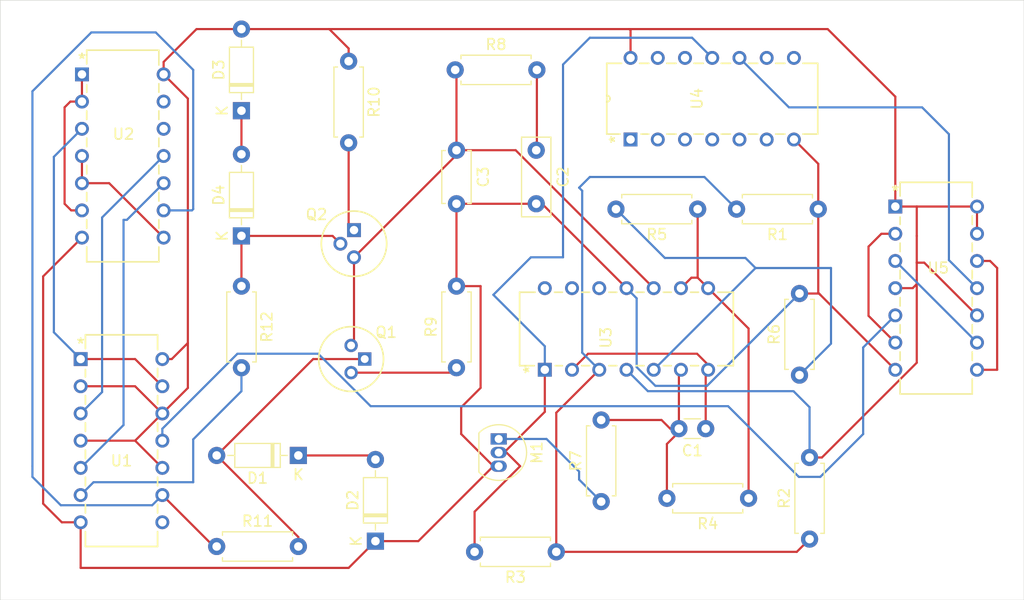
<source format=kicad_pcb>
(kicad_pcb (version 20241229) (generator "pcbnew") (generator_version "9.0")
  (layers (0 "F.Cu" signal) (2 "B.Cu" signal) (13 "F.Paste" user) (15 "B.Paste" user) (5 "F.SilkS" user "F.Silkscreen") (7 "B.SilkS" user "B.Silkscreen") (1 "F.Mask" user) (3 "B.Mask" user) (25 "Edge.Cuts" user))
  (net 0 "")
  (net 1 "Net-(U3-2IN-)")
  (net 2 "Net-(U3-1IN-)")
  (net 3 "GND")
  (net 4 "Net-(C2-Pad1)")
  (net 5 "Ucp")
  (net 6 "B1")
  (net 7 "Net-(D1-K)")
  (net 8 "Net-(D3-K)")
  (net 9 "VCC")
  (net 10 "B2")
  (net 11 "Net-(Q1-Pad3)")
  (net 12 "Net-(Q2-E)")
  (net 13 "Net-(U3-1IN+)")
  (net 14 "Usq")
  (net 15 "Uctrl")
  (net 16 "Net-(U3-2IN+)")
  (net 17 "Net-(Μ1-D)")
  (net 18 "Net-(U2-3A)")
  (net 19 "Net-(U1-1Q*)")
  (net 20 "Net-(U1-1R*D)")
  (net 21 "Ufb{slash}Φfb")
  (net 22 "Net-(U1-1Q)")
  (net 23 "Uref{slash}Φref")
  (net 25 "Net-(U2-1A)")
  (net 26 "Net-(U2-2A)")
  (net 27 "Uen")
  (net 28 "Uin")
  (net 38 "Uout{slash}Φout")
  (net 43 "Net-(U5-1D)")
  (net 44 "Net-(U5-1CP)")
  (net 45 "Net-(U5-2D)")
  (footprint "PLL_Footprints:N14 (1)" (layer "F.Cu") (at 113.04 60.38 90)
    (property "Reference" "U4" (at -3.81 -9.04 90) (layer "F.SilkS"))
    (property "Value" "SN74HC14N")
    (fp_text user "*" (at -7.62 -16.6497 90) (layer "F.SilkS"))
    (fp_text user "*" (at -7.62 -16.6497 90) (layer "F.SilkS"))
    (pad "1" thru_hole rect (at -7.62 -15.24 90) (size 1.2954 1.2954) (drill 0.7874) (layers "*.Cu" "*.Mask"))
    (pad "2" thru_hole circle (at -7.62 -12.7 90) (size 1.2954 1.2954) (drill 0.7874) (layers "*.Cu" "*.Mask"))
    (pad "3" thru_hole circle (at -7.62 -10.16 90) (size 1.2954 1.2954) (drill 0.7874) (layers "*.Cu" "*.Mask"))
    (pad "4" thru_hole circle (at -7.62 -7.62 90) (size 1.2954 1.2954) (drill 0.7874) (layers "*.Cu" "*.Mask"))
    (pad "5" thru_hole circle (at -7.62 -5.08 90) (size 1.2954 1.2954) (drill 0.7874) (layers "*.Cu" "*.Mask"))
    (pad "6" thru_hole circle (at -7.62 -2.54 90) (size 1.2954 1.2954) (drill 0.7874) (layers "*.Cu" "*.Mask"))
    (pad "7" thru_hole circle (at -7.62 0 90) (size 1.2954 1.2954) (drill 0.7874) (layers "*.Cu" "*.Mask") (net 3 "GND"))
    (pad "8" thru_hole circle (at 0 0 90) (size 1.2954 1.2954) (drill 0.7874) (layers "*.Cu" "*.Mask"))
    (pad "9" thru_hole circle (at 0 -2.54 90) (size 1.2954 1.2954) (drill 0.7874) (layers "*.Cu" "*.Mask"))
    (pad "10" thru_hole circle (at 0 -5.08 90) (size 1.2954 1.2954) (drill 0.7874) (layers "*.Cu" "*.Mask") (net 38 "Uout{slash}Φout"))
    (pad "11" thru_hole circle (at 0 -7.62 90) (size 1.2954 1.2954) (drill 0.7874) (layers "*.Cu" "*.Mask") (net 14 "Usq"))
    (pad "12" thru_hole circle (at 0 -10.16 90) (size 1.2954 1.2954) (drill 0.7874) (layers "*.Cu" "*.Mask"))
    (pad "13" thru_hole circle (at 0 -12.7 90) (size 1.2954 1.2954) (drill 0.7874) (layers "*.Cu" "*.Mask"))
    (pad "14" thru_hole circle (at 0 -15.24 90) (size 1.2954 1.2954) (drill 0.7874) (layers "*.Cu" "*.Mask") (net 9 "VCC"))
  )
  (footprint "Resistor_THT:R_Axial_DIN0207_L6.3mm_D2.5mm_P7.62mm_Horizontal" (layer "F.Cu") (at 114.5 105.31 90)
    (property "Reference" "R2" (at 3.81 -2.37 90) (layer "F.SilkS"))
    (property "Value" "100k")
    (pad "1" thru_hole circle (at 0 0 90) (size 1.6 1.6) (drill 0.8) (layers "*.Cu" "*.Mask") (net 13 "Net-(U3-1IN+)"))
    (pad "2" thru_hole oval (at 7.62 0 90) (size 1.6 1.6) (drill 0.8) (layers "*.Cu" "*.Mask") (net 9 "VCC"))
  )
  (footprint "PLL_Footprints:TO-18TO-206AA_MCH" (layer "F.Cu") (at 72 76.46)
    (property "Reference" "Q2" (at -3.5 -1.46 0) (layer "F.SilkS"))
    (property "Value" "2N2907")
    (pad "1" thru_hole rect (at 0 0) (size 1.2954 1.2954) (drill 0.7874) (layers "*.Cu" "*.Mask") (net 12 "Net-(Q2-E)"))
    (pad "2" thru_hole circle (at -1.27 1.27) (size 1.2954 1.2954) (drill 0.7874) (layers "*.Cu" "*.Mask") (net 10 "B2"))
    (pad "3" thru_hole circle (at 0 2.54) (size 1.2954 1.2954) (drill 0.7874) (layers "*.Cu" "*.Mask") (net 5 "Ucp"))
  )
  (footprint "Resistor_THT:R_Axial_DIN0207_L6.3mm_D2.5mm_P7.62mm_Horizontal" (layer "F.Cu") (at 71.5 60.69 -90)
    (property "Reference" "R10" (at 3.81 -2.37 90) (layer "F.SilkS"))
    (property "Value" "33k")
    (pad "1" thru_hole circle (at 0 0 270) (size 1.6 1.6) (drill 0.8) (layers "*.Cu" "*.Mask") (net 9 "VCC"))
    (pad "2" thru_hole oval (at 7.62 0 270) (size 1.6 1.6) (drill 0.8) (layers "*.Cu" "*.Mask") (net 12 "Net-(Q2-E)"))
  )
  (footprint "PLL_Footprints:SOT27-1_NEX" (layer "F.Cu") (at 122.5 74.26)
    (property "Reference" "U5" (at 4 5.74 0) (layer "F.SilkS"))
    (property "Value" "74HCT74N")
    (fp_text user "*" (at 0 -1.4097 0) (layer "F.SilkS"))
    (fp_text user "*" (at 0 -1.4097 0) (layer "F.SilkS"))
    (pad "1" thru_hole rect (at 0 0) (size 1.2954 1.2954) (drill 0.7874) (layers "*.Cu" "*.Mask") (net 9 "VCC"))
    (pad "2" thru_hole circle (at 0 2.54) (size 1.2954 1.2954) (drill 0.7874) (layers "*.Cu" "*.Mask") (net 43 "Net-(U5-1D)"))
    (pad "3" thru_hole circle (at 0 5.08) (size 1.2954 1.2954) (drill 0.7874) (layers "*.Cu" "*.Mask") (net 44 "Net-(U5-1CP)"))
    (pad "4" thru_hole circle (at 0 7.62) (size 1.2954 1.2954) (drill 0.7874) (layers "*.Cu" "*.Mask") (net 9 "VCC"))
    (pad "5" thru_hole circle (at 0 10.16) (size 1.2954 1.2954) (drill 0.7874) (layers "*.Cu" "*.Mask") (net 21 "Ufb{slash}Φfb"))
    (pad "6" thru_hole circle (at 0 12.7) (size 1.2954 1.2954) (drill 0.7874) (layers "*.Cu" "*.Mask") (net 43 "Net-(U5-1D)"))
    (pad "7" thru_hole circle (at 0 15.24) (size 1.2954 1.2954) (drill 0.7874) (layers "*.Cu" "*.Mask") (net 3 "GND"))
    (pad "8" thru_hole circle (at 7.62 15.24) (size 1.2954 1.2954) (drill 0.7874) (layers "*.Cu" "*.Mask") (net 45 "Net-(U5-2D)"))
    (pad "9" thru_hole circle (at 7.62 12.7) (size 1.2954 1.2954) (drill 0.7874) (layers "*.Cu" "*.Mask") (net 44 "Net-(U5-1CP)"))
    (pad "10" thru_hole circle (at 7.62 10.16) (size 1.2954 1.2954) (drill 0.7874) (layers "*.Cu" "*.Mask") (net 9 "VCC"))
    (pad "11" thru_hole circle (at 7.62 7.62) (size 1.2954 1.2954) (drill 0.7874) (layers "*.Cu" "*.Mask") (net 38 "Uout{slash}Φout"))
    (pad "12" thru_hole circle (at 7.62 5.08) (size 1.2954 1.2954) (drill 0.7874) (layers "*.Cu" "*.Mask") (net 45 "Net-(U5-2D)"))
    (pad "13" thru_hole circle (at 7.62 2.54) (size 1.2954 1.2954) (drill 0.7874) (layers "*.Cu" "*.Mask") (net 9 "VCC"))
    (pad "14" thru_hole circle (at 7.62 0) (size 1.2954 1.2954) (drill 0.7874) (layers "*.Cu" "*.Mask") (net 9 "VCC"))
  )
  (footprint "Resistor_THT:R_Axial_DIN0207_L6.3mm_D2.5mm_P7.62mm_Horizontal" (layer "F.Cu") (at 59.19 106)
    (property "Reference" "R11" (at 3.81 -2.37 0) (layer "F.SilkS"))
    (property "Value" "47k")
    (pad "1" thru_hole circle (at 0 0) (size 1.6 1.6) (drill 0.8) (layers "*.Cu" "*.Mask") (net 18 "Net-(U2-3A)"))
    (pad "2" thru_hole oval (at 7.62 0) (size 1.6 1.6) (drill 0.8) (layers "*.Cu" "*.Mask") (net 6 "B1"))
  )
  (footprint "Capacitor_THT:C_Rect_L7.2mm_W2.5mm_P5.00mm_FKS2_FKP2_MKS2_MKP2" (layer "F.Cu") (at 89 69 -90)
    (property "Reference" "C2" (at 2.5 -2.5 90) (layer "F.SilkS"))
    (property "Value" "470n")
    (pad "1" thru_hole circle (at 0 0 270) (size 1.6 1.6) (drill 0.8) (layers "*.Cu" "*.Mask") (net 4 "Net-(C2-Pad1)"))
    (pad "2" thru_hole circle (at 5 0 270) (size 1.6 1.6) (drill 0.8) (layers "*.Cu" "*.Mask") (net 3 "GND"))
  )
  (footprint "PLL_Footprints:TO-18_STM" (layer "F.Cu") (at 73 88.5 180)
    (property "Reference" "Q1" (at -2 2.5 0) (layer "F.SilkS"))
    (property "Value" "2N2222A")
    (pad "1" thru_hole rect (at 0 0 180) (size 1.2446 1.2446) (drill 0.7366) (layers "*.Cu" "*.Mask") (net 6 "B1"))
    (pad "2" thru_hole circle (at 1.27 1.27 180) (size 1.2446 1.2446) (drill 0.7366) (layers "*.Cu" "*.Mask") (net 5 "Ucp"))
    (pad "3" thru_hole circle (at 1.27 -1.27 180) (size 1.2446 1.2446) (drill 0.7366) (layers "*.Cu" "*.Mask") (net 11 "Net-(Q1-Pad3)"))
  )
  (footprint "Diode_THT:D_DO-35_SOD27_P7.62mm_Horizontal" (layer "F.Cu") (at 61.5 77 90)
    (property "Reference" "D4" (at 3.81 -2.12 90) (layer "F.SilkS"))
    (property "Value" "1N4148")
    (fp_text user "K" (at 0 -1.8 90) (layer "F.SilkS"))
    (pad "1" thru_hole rect (at 0 0 90) (size 1.6 1.6) (drill 0.8) (layers "*.Cu" "*.Mask") (net 10 "B2"))
    (pad "2" thru_hole oval (at 7.62 0 90) (size 1.6 1.6) (drill 0.8) (layers "*.Cu" "*.Mask") (net 8 "Net-(D3-K)"))
  )
  (footprint "Resistor_THT:R_Axial_DIN0207_L6.3mm_D2.5mm_P7.62mm_Horizontal" (layer "F.Cu") (at 113.56 90 90)
    (property "Reference" "R6" (at 3.81 -2.37 90) (layer "F.SilkS"))
    (property "Value" "27k")
    (pad "1" thru_hole circle (at 0 0 90) (size 1.6 1.6) (drill 0.8) (layers "*.Cu" "*.Mask") (net 16 "Net-(U3-2IN+)"))
    (pad "2" thru_hole oval (at 7.62 0 90) (size 1.6 1.6) (drill 0.8) (layers "*.Cu" "*.Mask") (net 3 "GND"))
  )
  (footprint "Resistor_THT:R_Axial_DIN0207_L6.3mm_D2.5mm_P7.62mm_Horizontal" (layer "F.Cu") (at 81.56 89.31 90)
    (property "Reference" "R9" (at 3.81 -2.37 90) (layer "F.SilkS"))
    (property "Value" "33k" (hide yes))
    (pad "1" thru_hole circle (at 0 0 90) (size 1.6 1.6) (drill 0.8) (layers "*.Cu" "*.Mask") (net 11 "Net-(Q1-Pad3)"))
    (pad "2" thru_hole oval (at 7.62 0 90) (size 1.6 1.6) (drill 0.8) (layers "*.Cu" "*.Mask") (net 3 "GND"))
  )
  (footprint "Resistor_THT:R_Axial_DIN0207_L6.3mm_D2.5mm_P7.62mm_Horizontal" (layer "F.Cu") (at 108.81 101.5 180)
    (property "Reference" "R4" (at 3.81 -2.37 0) (layer "F.SilkS"))
    (property "Value" "56k")
    (pad "1" thru_hole circle (at 0 0 180) (size 1.6 1.6) (drill 0.8) (layers "*.Cu" "*.Mask") (net 15 "Uctrl"))
    (pad "2" thru_hole oval (at 7.62 0 180) (size 1.6 1.6) (drill 0.8) (layers "*.Cu" "*.Mask") (net 1 "Net-(U3-2IN-)"))
  )
  (footprint "Resistor_THT:R_Axial_DIN0207_L6.3mm_D2.5mm_P7.62mm_Horizontal" (layer "F.Cu") (at 61.5 81.69 -90)
    (property "Reference" "R12" (at 3.81 -2.37 90) (layer "F.SilkS"))
    (property "Value" "47k")
    (pad "1" thru_hole circle (at 0 0 270) (size 1.6 1.6) (drill 0.8) (layers "*.Cu" "*.Mask") (net 10 "B2"))
    (pad "2" thru_hole oval (at 7.62 0 270) (size 1.6 1.6) (drill 0.8) (layers "*.Cu" "*.Mask") (net 19 "Net-(U1-1Q*)"))
  )
  (footprint "Capacitor_THT:C_Disc_D3.0mm_W1.6mm_P2.50mm" (layer "F.Cu") (at 104.81 95 180)
    (property "Reference" "C1" (at 1.25 -2.05 0) (layer "F.SilkS"))
    (property "Value" "1n")
    (pad "1" thru_hole circle (at 0 0 180) (size 1.6 1.6) (drill 0.8) (layers "*.Cu" "*.Mask") (net 2 "Net-(U3-1IN-)"))
    (pad "2" thru_hole circle (at 2.5 0 180) (size 1.6 1.6) (drill 0.8) (layers "*.Cu" "*.Mask") (net 1 "Net-(U3-2IN-)"))
  )
  (footprint "PLL_Footprints:SOT27-1_NEX" (layer "F.Cu") (at 46.5 88.5)
    (property "Reference" "U1" (at 3.81 9.5 0) (layer "F.SilkS"))
    (property "Value" "74HCT74N")
    (fp_text user "*" (at 0 -1.4097 0) (layer "F.SilkS"))
    (fp_text user "*" (at 0 -1.4097 0) (layer "F.SilkS"))
    (pad "1" thru_hole rect (at 0 0) (size 1.2954 1.2954) (drill 0.7874) (layers "*.Cu" "*.Mask") (net 20 "Net-(U1-1R*D)"))
    (pad "2" thru_hole circle (at 0 2.54) (size 1.2954 1.2954) (drill 0.7874) (layers "*.Cu" "*.Mask") (net 9 "VCC"))
    (pad "3" thru_hole circle (at 0 5.08) (size 1.2954 1.2954) (drill 0.7874) (layers "*.Cu" "*.Mask") (net 23 "Uref{slash}Φref"))
    (pad "4" thru_hole circle (at 0 7.62) (size 1.2954 1.2954) (drill 0.7874) (layers "*.Cu" "*.Mask") (net 9 "VCC"))
    (pad "5" thru_hole circle (at 0 10.16) (size 1.2954 1.2954) (drill 0.7874) (layers "*.Cu" "*.Mask") (net 22 "Net-(U1-1Q)"))
    (pad "6" thru_hole circle (at 0 12.7) (size 1.2954 1.2954) (drill 0.7874) (layers "*.Cu" "*.Mask") (net 19 "Net-(U1-1Q*)"))
    (pad "7" thru_hole circle (at 0 15.24) (size 1.2954 1.2954) (drill 0.7874) (layers "*.Cu" "*.Mask") (net 3 "GND"))
    (pad "8" thru_hole circle (at 7.62 15.24) (size 1.2954 1.2954) (drill 0.7874) (layers "*.Cu" "*.Mask"))
    (pad "9" thru_hole circle (at 7.62 12.7) (size 1.2954 1.2954) (drill 0.7874) (layers "*.Cu" "*.Mask") (net 18 "Net-(U2-3A)"))
    (pad "10" thru_hole circle (at 7.62 10.16) (size 1.2954 1.2954) (drill 0.7874) (layers "*.Cu" "*.Mask") (net 9 "VCC"))
    (pad "11" thru_hole circle (at 7.62 7.62) (size 1.2954 1.2954) (drill 0.7874) (layers "*.Cu" "*.Mask") (net 21 "Ufb{slash}Φfb"))
    (pad "12" thru_hole circle (at 7.62 5.08) (size 1.2954 1.2954) (drill 0.7874) (layers "*.Cu" "*.Mask") (net 9 "VCC"))
    (pad "13" thru_hole circle (at 7.62 2.54) (size 1.2954 1.2954) (drill 0.7874) (layers "*.Cu" "*.Mask") (net 20 "Net-(U1-1R*D)"))
    (pad "14" thru_hole circle (at 7.62 0) (size 1.2954 1.2954) (drill 0.7874) (layers "*.Cu" "*.Mask") (net 9 "VCC"))
  )
  (footprint "Resistor_THT:R_Axial_DIN0207_L6.3mm_D2.5mm_P7.62mm_Horizontal" (layer "F.Cu") (at 81.44 61.5)
    (property "Reference" "R8" (at 3.81 -2.37 0) (layer "F.SilkS"))
    (property "Value" "33k")
    (pad "1" thru_hole circle (at 0 0) (size 1.6 1.6) (drill 0.8) (layers "*.Cu" "*.Mask") (net 5 "Ucp"))
    (pad "2" thru_hole oval (at 7.62 0) (size 1.6 1.6) (drill 0.8) (layers "*.Cu" "*.Mask") (net 4 "Net-(C2-Pad1)"))
  )
  (footprint "Resistor_THT:R_Axial_DIN0207_L6.3mm_D2.5mm_P7.62mm_Horizontal" (layer "F.Cu") (at 90.87 106.5 180)
    (property "Reference" "R3" (at 3.81 -2.37 0) (layer "F.SilkS"))
    (property "Value" "100k")
    (pad "1" thru_hole circle (at 0 0 180) (size 1.6 1.6) (drill 0.8) (layers "*.Cu" "*.Mask") (net 13 "Net-(U3-1IN+)"))
    (pad "2" thru_hole oval (at 7.62 0 180) (size 1.6 1.6) (drill 0.8) (layers "*.Cu" "*.Mask") (net 14 "Usq"))
  )
  (footprint "Diode_THT:D_DO-35_SOD27_P7.62mm_Horizontal" (layer "F.Cu") (at 66.81 97.5 180)
    (property "Reference" "D1" (at 3.81 -2.12 0) (layer "F.SilkS"))
    (property "Value" "1N4148")
    (fp_text user "K" (at 0 -1.8 0) (layer "F.SilkS"))
    (pad "1" thru_hole rect (at 0 0 180) (size 1.6 1.6) (drill 0.8) (layers "*.Cu" "*.Mask") (net 7 "Net-(D1-K)"))
    (pad "2" thru_hole oval (at 7.62 0 180) (size 1.6 1.6) (drill 0.8) (layers "*.Cu" "*.Mask") (net 6 "B1"))
  )
  (footprint "Capacitor_THT:C_Disc_D4.7mm_W2.5mm_P5.00mm" (layer "F.Cu") (at 81.56 69 -90)
    (property "Reference" "C3" (at 2.5 -2.5 90) (layer "F.SilkS"))
    (property "Value" "47n")
    (pad "1" thru_hole circle (at 0 0 270) (size 1.6 1.6) (drill 0.8) (layers "*.Cu" "*.Mask") (net 5 "Ucp"))
    (pad "2" thru_hole circle (at 5 0 270) (size 1.6 1.6) (drill 0.8) (layers "*.Cu" "*.Mask") (net 3 "GND"))
  )
  (footprint "Resistor_THT:R_Axial_DIN0207_L6.3mm_D2.5mm_P7.62mm_Horizontal" (layer "F.Cu") (at 104.06 74.5 180)
    (property "Reference" "R5" (at 3.81 -2.37 0) (layer "F.SilkS"))
    (property "Value" "27k")
    (pad "1" thru_hole circle (at 0 0 180) (size 1.6 1.6) (drill 0.8) (layers "*.Cu" "*.Mask") (net 15 "Uctrl"))
    (pad "2" thru_hole oval (at 7.62 0 180) (size 1.6 1.6) (drill 0.8) (layers "*.Cu" "*.Mask") (net 16 "Net-(U3-2IN+)"))
  )
  (footprint "Diode_THT:D_DO-35_SOD27_P7.62mm_Horizontal" (layer "F.Cu") (at 61.5 65.31 90)
    (property "Reference" "D3" (at 3.81 -2.12 90) (layer "F.SilkS"))
    (property "Value" "1N4148")
    (fp_text user "K" (at 0 -1.8 90) (layer "F.SilkS"))
    (pad "1" thru_hole rect (at 0 0 90) (size 1.6 1.6) (drill 0.8) (layers "*.Cu" "*.Mask") (net 8 "Net-(D3-K)"))
    (pad "2" thru_hole oval (at 7.62 0 90) (size 1.6 1.6) (drill 0.8) (layers "*.Cu" "*.Mask") (net 9 "VCC"))
  )
  (footprint "Resistor_THT:R_Axial_DIN0207_L6.3mm_D2.5mm_P7.62mm_Horizontal" (layer "F.Cu") (at 115.31 74.5 180)
    (property "Reference" "R1" (at 3.81 -2.37 0) (layer "F.SilkS"))
    (property "Value" "100k")
    (pad "1" thru_hole circle (at 0 0 180) (size 1.6 1.6) (drill 0.8) (layers "*.Cu" "*.Mask") (net 3 "GND"))
    (pad "2" thru_hole oval (at 7.62 0 180) (size 1.6 1.6) (drill 0.8) (layers "*.Cu" "*.Mask") (net 13 "Net-(U3-1IN+)"))
  )
  (footprint "Package_TO_SOT_THT:TO-92_Inline" (layer "F.Cu") (at 85.5 95.96 -90)
    (property "Reference" "Μ1" (at 1.27 -3.56 90) (layer "F.SilkS"))
    (property "Value" "BS170")
    (pad "1" thru_hole rect (at 0 0 270) (size 1.05 1.5) (drill 0.75) (layers "*.Cu" "*.Mask") (net 17 "Net-(Μ1-D)"))
    (pad "2" thru_hole oval (at 1.27 0 270) (size 1.05 1.5) (drill 0.75) (layers "*.Cu" "*.Mask") (net 14 "Usq"))
    (pad "3" thru_hole oval (at 2.54 0 270) (size 1.05 1.5) (drill 0.75) (layers "*.Cu" "*.Mask") (net 3 "GND"))
  )
  (footprint "Diode_THT:D_DO-35_SOD27_P7.62mm_Horizontal" (layer "F.Cu") (at 74 105.5 90)
    (property "Reference" "D2" (at 3.81 -2.12 90) (layer "F.SilkS"))
    (property "Value" "1N4148")
    (fp_text user "K" (at 0 -1.8 90) (layer "F.SilkS"))
    (pad "1" thru_hole rect (at 0 0 90) (size 1.6 1.6) (drill 0.8) (layers "*.Cu" "*.Mask") (net 3 "GND"))
    (pad "2" thru_hole oval (at 7.62 0 90) (size 1.6 1.6) (drill 0.8) (layers "*.Cu" "*.Mask") (net 7 "Net-(D1-K)"))
  )
  (footprint "PLL_Footprints:SOT27-1_NEX (1)" (layer "F.Cu") (at 46.62 61.92)
    (property "Reference" "U2" (at 3.88 5.58 0) (layer "F.SilkS"))
    (property "Value" "74HC00N")
    (fp_text user "*" (at 0 -1.4097 0) (layer "F.SilkS"))
    (fp_text user "*" (at 0 -1.4097 0) (layer "F.SilkS"))
    (pad "1" thru_hole rect (at 0 0) (size 1.2954 1.2954) (drill 0.7874) (layers "*.Cu" "*.Mask") (net 25 "Net-(U2-1A)"))
    (pad "2" thru_hole circle (at 0 2.54) (size 1.2954 1.2954) (drill 0.7874) (layers "*.Cu" "*.Mask") (net 25 "Net-(U2-1A)"))
    (pad "3" thru_hole circle (at 0 5.08) (size 1.2954 1.2954) (drill 0.7874) (layers "*.Cu" "*.Mask") (net 20 "Net-(U1-1R*D)"))
    (pad "4" thru_hole circle (at 0 7.62) (size 1.2954 1.2954) (drill 0.7874) (layers "*.Cu" "*.Mask") (net 26 "Net-(U2-2A)"))
    (pad "5" thru_hole circle (at 0 10.16) (size 1.2954 1.2954) (drill 0.7874) (layers "*.Cu" "*.Mask") (net 26 "Net-(U2-2A)"))
    (pad "6" thru_hole circle (at 0 12.7) (size 1.2954 1.2954) (drill 0.7874) (layers "*.Cu" "*.Mask") (net 25 "Net-(U2-1A)"))
    (pad "7" thru_hole circle (at 0 15.24) (size 1.2954 1.2954) (drill 0.7874) (layers "*.Cu" "*.Mask") (net 3 "GND"))
    (pad "8" thru_hole circle (at 7.62 15.24) (size 1.2954 1.2954) (drill 0.7874) (layers "*.Cu" "*.Mask") (net 26 "Net-(U2-2A)"))
    (pad "9" thru_hole circle (at 7.62 12.7) (size 1.2954 1.2954) (drill 0.7874) (layers "*.Cu" "*.Mask") (net 18 "Net-(U2-3A)"))
    (pad "10" thru_hole circle (at 7.62 10.16) (size 1.2954 1.2954) (drill 0.7874) (layers "*.Cu" "*.Mask") (net 22 "Net-(U1-1Q)"))
    (pad "11" thru_hole circle (at 7.62 7.62) (size 1.2954 1.2954) (drill 0.7874) (layers "*.Cu" "*.Mask") (net 23 "Uref{slash}Φref"))
    (pad "12" thru_hole circle (at 7.62 5.08) (size 1.2954 1.2954) (drill 0.7874) (layers "*.Cu" "*.Mask") (net 27 "Uen"))
    (pad "13" thru_hole circle (at 7.62 2.54) (size 1.2954 1.2954) (drill 0.7874) (layers "*.Cu" "*.Mask") (net 28 "Uin"))
    (pad "14" thru_hole circle (at 7.62 0) (size 1.2954 1.2954) (drill 0.7874) (layers "*.Cu" "*.Mask") (net 9 "VCC"))
  )
  (footprint "Resistor_THT:R_Axial_DIN0207_L6.3mm_D2.5mm_P7.62mm_Horizontal" (layer "F.Cu") (at 95.06 101.81 90)
    (property "Reference" "R7" (at 3.81 -2.37 90) (layer "F.SilkS"))
    (property "Value" "27k")
    (pad "1" thru_hole circle (at 0 0 90) (size 1.6 1.6) (drill 0.8) (layers "*.Cu" "*.Mask") (net 17 "Net-(Μ1-D)"))
    (pad "2" thru_hole oval (at 7.62 0 90) (size 1.6 1.6) (drill 0.8) (layers "*.Cu" "*.Mask") (net 1 "Net-(U3-2IN-)"))
  )
  (footprint "PLL_Footprints:N14" (layer "F.Cu") (at 89.8 89.5 90)
    (property "Reference" "U3" (at 3 5.7 90) (layer "F.SilkS"))
    (property "Value" "LM324AN")
    (fp_text user "*" (at 0 -1.4097 90) (layer "F.SilkS"))
    (fp_text user "*" (at 0 -1.4097 90) (layer "F.SilkS"))
    (pad "1" thru_hole rect (at 0 0 90) (size 1.2954 1.2954) (drill 0.7874) (layers "*.Cu" "*.Mask") (net 14 "Usq"))
    (pad "2" thru_hole circle (at 0 2.54 90) (size 1.2954 1.2954) (drill 0.7874) (layers "*.Cu" "*.Mask") (net 2 "Net-(U3-1IN-)"))
    (pad "3" thru_hole circle (at 0 5.08 90) (size 1.2954 1.2954) (drill 0.7874) (layers "*.Cu" "*.Mask") (net 13 "Net-(U3-1IN+)"))
    (pad "4" thru_hole circle (at 0 7.62 90) (size 1.2954 1.2954) (drill 0.7874) (layers "*.Cu" "*.Mask") (net 9 "VCC"))
    (pad "5" thru_hole circle (at 0 10.16 90) (size 1.2954 1.2954) (drill 0.7874) (layers "*.Cu" "*.Mask") (net 16 "Net-(U3-2IN+)"))
    (pad "6" thru_hole circle (at 0 12.7 90) (size 1.2954 1.2954) (drill 0.7874) (layers "*.Cu" "*.Mask") (net 1 "Net-(U3-2IN-)"))
    (pad "7" thru_hole circle (at 0 15.24 90) (size 1.2954 1.2954) (drill 0.7874) (layers "*.Cu" "*.Mask") (net 2 "Net-(U3-1IN-)"))
    (pad "8" thru_hole circle (at 7.62 15.24 90) (size 1.2954 1.2954) (drill 0.7874) (layers "*.Cu" "*.Mask") (net 15 "Uctrl"))
    (pad "9" thru_hole circle (at 7.62 12.7 90) (size 1.2954 1.2954) (drill 0.7874) (layers "*.Cu" "*.Mask") (net 15 "Uctrl"))
    (pad "10" thru_hole circle (at 7.62 10.16 90) (size 1.2954 1.2954) (drill 0.7874) (layers "*.Cu" "*.Mask") (net 5 "Ucp"))
    (pad "11" thru_hole circle (at 7.62 7.62 90) (size 1.2954 1.2954) (drill 0.7874) (layers "*.Cu" "*.Mask") (net 3 "GND"))
    (pad "12" thru_hole circle (at 7.62 5.08 90) (size 1.2954 1.2954) (drill 0.7874) (layers "*.Cu" "*.Mask"))
    (pad "13" thru_hole circle (at 7.62 2.54 90) (size 1.2954 1.2954) (drill 0.7874) (layers "*.Cu" "*.Mask"))
    (pad "14" thru_hole circle (at 7.62 0 90) (size 1.2954 1.2954) (drill 0.7874) (layers "*.Cu" "*.Mask"))
  )
  (gr_rect (start 39 55) (end 134.5 111) (stroke (width 0.05)) (fill no) (layer "Edge.Cuts"))
  (segment (start 100.69 94.19) (end 95.06 94.19) (width 0.2) (layer "F.Cu") (net 1))
  (segment (start 102.31 95) (end 102.31 95.31) (width 0.2) (layer "F.Cu") (net 1))
  (segment (start 102.31 95.31) (end 101.19 96.43) (width 0.2) (layer "F.Cu") (net 1))
  (segment (start 102.31 95) (end 101.5 95) (width 0.2) (layer "F.Cu") (net 1))
  (segment (start 101.19 96.43) (end 101.19 101.5) (width 0.2) (layer "F.Cu") (net 1))
  (segment (start 101.5 95) (end 100.69 94.19) (width 0.2) (layer "F.Cu") (net 1))
  (segment (start 102.31 89.69) (end 102.5 89.5) (width 0.2) (layer "F.Cu") (net 1))
  (segment (start 102.31 95) (end 102.31 89.69) (width 0.2) (layer "F.Cu") (net 1))
  (segment (start 104.81 89.73) (end 105.04 89.5) (width 0.2) (layer "F.Cu") (net 2))
  (segment (start 105.04 89.5) (end 105.04 89.04) (width 0.2) (layer "F.Cu") (net 2))
  (segment (start 93.84 88) (end 92.34 89.5) (width 0.2) (layer "F.Cu") (net 2))
  (segment (start 104.81 95) (end 104.81 89.73) (width 0.2) (layer "F.Cu") (net 2))
  (segment (start 104 88) (end 93.84 88) (width 0.2) (layer "F.Cu") (net 2))
  (segment (start 105.04 89.04) (end 104 88) (width 0.2) (layer "F.Cu") (net 2))
  (segment (start 89 74) (end 89.54 74) (width 0.2) (layer "F.Cu") (net 3))
  (segment (start 113.04 68) (end 115.31 70.27) (width 0.2) (layer "F.Cu") (net 3))
  (segment (start 46.5 108) (end 71.5 108) (width 0.2) (layer "F.Cu") (net 3))
  (segment (start 89 74) (end 81.56 74) (width 0.2) (layer "F.Cu") (net 3))
  (segment (start 115.38 82.38) (end 115.5 82.5) (width 0.2) (layer "F.Cu") (net 3))
  (segment (start 83.81 81.69) (end 83.81 91.19) (width 0.2) (layer "F.Cu") (net 3))
  (segment (start 89.54 74) (end 97.42 81.88) (width 0.2) (layer "F.Cu") (net 3))
  (segment (start 82 93) (end 82 95.5) (width 0.2) (layer "F.Cu") (net 3))
  (segment (start 46.62 77.16) (end 43 80.78) (width 0.2) (layer "F.Cu") (net 3))
  (segment (start 46.5 103.74) (end 46.5 108) (width 0.2) (layer "F.Cu") (net 3))
  (segment (start 115.31 82.31) (end 115.5 82.5) (width 0.2) (layer "F.Cu") (net 3))
  (segment (start 81.56 81.69) (end 83.81 81.69) (width 0.2) (layer "F.Cu") (net 3))
  (segment (start 82 95.5) (end 85 98.5) (width 0.2) (layer "F.Cu") (net 3))
  (segment (start 81.56 81.69) (end 81.56 74) (width 0.2) (layer "F.Cu") (net 3))
  (segment (start 115.31 74.5) (end 115.31 82.31) (width 0.2) (layer "F.Cu") (net 3))
  (segment (start 78 105.5) (end 74 105.5) (width 0.2) (layer "F.Cu") (net 3))
  (segment (start 71.5 108) (end 74 105.5) (width 0.2) (layer "F.Cu") (net 3))
  (segment (start 115.31 70.27) (end 115.31 74.5) (width 0.2) (layer "F.Cu") (net 3))
  (segment (start 83.81 91.19) (end 82 93) (width 0.2) (layer "F.Cu") (net 3))
  (segment (start 44.74 103.74) (end 46.5 103.74) (width 0.2) (layer "F.Cu") (net 3))
  (segment (start 115.5 82.5) (end 122.5 89.5) (width 0.2) (layer "F.Cu") (net 3))
  (segment (start 85 98.5) (end 85.5 98.5) (width 0.2) (layer "F.Cu") (net 3))
  (segment (start 113.56 82.38) (end 115.38 82.38) (width 0.2) (layer "F.Cu") (net 3))
  (segment (start 85 98.5) (end 78 105.5) (width 0.2) (layer "F.Cu") (net 3))
  (segment (start 43 102) (end 44.74 103.74) (width 0.2) (layer "F.Cu") (net 3))
  (segment (start 43 80.78) (end 43 102) (width 0.2) (layer "F.Cu") (net 3))
  (segment (start 98.3687 82.8287) (end 97.42 81.88) (width 0.2) (layer "B.Cu") (net 3))
  (segment (start 100.118335 91) (end 98.3687 89.250365) (width 0.2) (layer "B.Cu") (net 3))
  (segment (start 113.56 82.38) (end 104.94 91) (width 0.2) (layer "B.Cu") (net 3))
  (segment (start 104.94 91) (end 100.118335 91) (width 0.2) (layer "B.Cu") (net 3))
  (segment (start 98.3687 89.250365) (end 98.3687 82.8287) (width 0.2) (layer "B.Cu") (net 3))
  (segment (start 89.06 61.5) (end 89.06 68.94) (width 0.2) (layer "F.Cu") (net 4))
  (segment (start 89.06 68.94) (end 89 69) (width 0.2) (layer "F.Cu") (net 4))
  (segment (start 72 86.96) (end 71.73 87.23) (width 0.2) (layer "F.Cu") (net 5))
  (segment (start 99.96 81.88) (end 87.08 69) (width 0.2) (layer "F.Cu") (net 5))
  (segment (start 81.56 69) (end 81.56 61.62) (width 0.2) (layer "F.Cu") (net 5))
  (segment (start 87.08 69) (end 81.56 69) (width 0.2) (layer "F.Cu") (net 5))
  (segment (start 81.56 69) (end 81.56 69.44) (width 0.2) (layer "F.Cu") (net 5))
  (segment (start 81.56 69.44) (end 72 79) (width 0.2) (layer "F.Cu") (net 5))
  (segment (start 72 79) (end 72 86.96) (width 0.2) (layer "F.Cu") (net 5))
  (segment (start 81.56 61.62) (end 81.44 61.5) (width 0.2) (layer "F.Cu") (net 5))
  (segment (start 59.19 97.5) (end 66.81 105.12) (width 0.2) (layer "F.Cu") (net 6))
  (segment (start 68.19 88.5) (end 73 88.5) (width 0.2) (layer "F.Cu") (net 6))
  (segment (start 66.81 105.12) (end 66.81 106) (width 0.2) (layer "F.Cu") (net 6))
  (segment (start 59.19 97.5) (end 68.19 88.5) (width 0.2) (layer "F.Cu") (net 6))
  (segment (start 73.62 97.5) (end 74 97.88) (width 0.2) (layer "F.Cu") (net 7))
  (segment (start 66.81 97.5) (end 73.62 97.5) (width 0.2) (layer "F.Cu") (net 7))
  (segment (start 61.5 65.31) (end 61.5 69.38) (width 0.2) (layer "F.Cu") (net 8))
  (segment (start 124.5 74.26) (end 124.5 77) (width 0.2) (layer "F.Cu") (net 9))
  (segment (start 130.12 76.8) (end 130.12 74.26) (width 0.2) (layer "F.Cu") (net 9))
  (segment (start 125.2 79.5) (end 124.5 79.5) (width 0.2) (layer "F.Cu") (net 9))
  (segment (start 122.5 74.26) (end 124.5 74.26) (width 0.2) (layer "F.Cu") (net 9))
  (segment (start 124.5 88.841665) (end 115.651665 97.69) (width 0.2) (layer "F.Cu") (net 9))
  (segment (start 97.69 57.69) (end 97.8 57.8) (width 0.2) (layer "F.Cu") (net 9))
  (segment (start 51.58 96.12) (end 54.12 98.66) (width 0.2) (layer "F.Cu") (net 9))
  (segment (start 97.8 57.8) (end 97.8 60.38) (width 0.2) (layer "F.Cu") (net 9))
  (segment (start 124.5 77) (end 124.5 79.5) (width 0.2) (layer "F.Cu") (net 9))
  (segment (start 51.58 96.12) (end 46.5 96.12) (width 0.2) (layer "F.Cu") (net 9))
  (segment (start 115.651665 97.69) (end 114.5 97.69) (width 0.2) (layer "F.Cu") (net 9))
  (segment (start 71.5 59.5) (end 71.5 60.69) (width 0.2) (layer "F.Cu") (net 9))
  (segment (start 56.5 87) (end 56.5 91.2) (width 0.2) (layer "F.Cu") (net 9))
  (segment (start 124.12 81.88) (end 122.5 81.88) (width 0.2) (layer "F.Cu") (net 9))
  (segment (start 54.24 60.76) (end 57.31 57.69) (width 0.2) (layer "F.Cu") (net 9))
  (segment (start 130.12 84.42) (end 125.2 79.5) (width 0.2) (layer "F.Cu") (net 9))
  (segment (start 46.5 91.04) (end 51.58 91.04) (width 0.2) (layer "F.Cu") (net 9))
  (segment (start 54.12 93.58) (end 54.42 93.58) (width 0.2) (layer "F.Cu") (net 9))
  (segment (start 97.69 57.69) (end 116.19 57.69) (width 0.2) (layer "F.Cu") (net 9))
  (segment (start 56.5 91.2) (end 54.12 93.58) (width 0.2) (layer "F.Cu") (net 9))
  (segment (start 51.58 91.04) (end 54.12 93.58) (width 0.2) (layer "F.Cu") (net 9))
  (segment (start 61.5 57.69) (end 69.69 57.69) (width 0.2) (layer "F.Cu") (net 9))
  (segment (start 122.5 64) (end 122.5 74.26) (width 0.2) (layer "F.Cu") (net 9))
  (segment (start 124.5 81.5) (end 124.5 88.841665) (width 0.2) (layer "F.Cu") (net 9))
  (segment (start 54.24 61.92) (end 56.5 64.18) (width 0.2) (layer "F.Cu") (net 9))
  (segment (start 124.5 79.5) (end 124.5 81.5) (width 0.2) (layer "F.Cu") (net 9))
  (segment (start 124.5 81.5) (end 124.12 81.88) (width 0.2) (layer "F.Cu") (net 9))
  (segment (start 54.24 61.92) (end 54.24 60.76) (width 0.2) (layer "F.Cu") (net 9))
  (segment (start 69.69 57.69) (end 71.5 59.5) (width 0.2) (layer "F.Cu") (net 9))
  (segment (start 57.31 57.69) (end 61.5 57.69) (width 0.2) (layer "F.Cu") (net 9))
  (segment (start 56.5 64.18) (end 56.5 87) (width 0.2) (layer "F.Cu") (net 9))
  (segment (start 69.69 57.69) (end 97.69 57.69) (width 0.2) (layer "F.Cu") (net 9))
  (segment (start 124.5 74.26) (end 130.12 74.26) (width 0.2) (layer "F.Cu") (net 9))
  (segment (start 55 88.5) (end 54.12 88.5) (width 0.2) (layer "F.Cu") (net 9))
  (segment (start 116.19 57.69) (end 122.5 64) (width 0.2) (layer "F.Cu") (net 9))
  (segment (start 54.12 93.58) (end 51.58 96.12) (width 0.2) (layer "F.Cu") (net 9))
  (segment (start 56.5 87) (end 55 88.5) (width 0.2) (layer "F.Cu") (net 9))
  (segment (start 97.42 89.5) (end 99.42 91.5) (width 0.2) (layer "B.Cu") (net 9))
  (segment (start 114.5 93) (end 114.5 97.69) (width 0.2) (layer "B.Cu") (net 9))
  (segment (start 113 91.5) (end 114.5 93) (width 0.2) (layer "B.Cu") (net 9))
  (segment (start 99.42 91.5) (end 113 91.5) (width 0.2) (layer "B.Cu") (net 9))
  (segment (start 70 77) (end 61.5 77) (width 0.2) (layer "F.Cu") (net 10))
  (segment (start 61.5 77) (end 61.5 81.69) (width 0.2) (layer "F.Cu") (net 10))
  (segment (start 70.73 77.73) (end 70 77) (width 0.2) (layer "F.Cu") (net 10))
  (segment (start 81.1 89.77) (end 81.56 89.31) (width 0.2) (layer "F.Cu") (net 11))
  (segment (start 71.73 89.77) (end 81.1 89.77) (width 0.2) (layer "F.Cu") (net 11))
  (segment (start 71.5 75.96) (end 72 76.46) (width 0.2) (layer "F.Cu") (net 12))
  (segment (start 71.5 68.31) (end 71.5 75.96) (width 0.2) (layer "F.Cu") (net 12))
  (segment (start 90.87 106.5) (end 90.87 106.13) (width 0.2) (layer "F.Cu") (net 13))
  (segment (start 90.87 106.5) (end 113.31 106.5) (width 0.2) (layer "F.Cu") (net 13))
  (segment (start 90.87 106.5) (end 90.87 93.51) (width 0.2) (layer "F.Cu") (net 13))
  (segment (start 113.31 106.5) (end 114.5 105.31) (width 0.2) (layer "F.Cu") (net 13))
  (segment (start 90.87 106.13) (end 91 106) (width 0.2) (layer "F.Cu") (net 13))
  (segment (start 90.87 93.51) (end 94.88 89.5) (width 0.2) (layer "F.Cu") (net 13))
  (segment (start 107.69 74.5) (end 104.69 71.5) (width 0.2) (layer "B.Cu") (net 13))
  (segment (start 93 72.5) (end 93.2887 72.7887) (width 0.2) (layer "B.Cu") (net 13))
  (segment (start 93.2887 72.7887) (end 93.2887 87.9087) (width 0.2) (layer "B.Cu") (net 13))
  (segment (start 104.69 71.5) (end 94 71.5) (width 0.2) (layer "B.Cu") (net 13))
  (segment (start 94 71.5) (end 93 72.5) (width 0.2) (layer "B.Cu") (net 13))
  (segment (start 93.2887 87.9087) (end 94.88 89.5) (width 0.2) (layer "B.Cu") (net 13))
  (segment (start 85.5 97.23) (end 86 97.23) (width 0.2) (layer "F.Cu") (net 14))
  (segment (start 83.25 102.75) (end 83.25 106.5) (width 0.2) (layer "F.Cu") (net 14))
  (segment (start 85.5 97.23) (end 86.23 97.23) (width 0.2) (layer "F.Cu") (net 14))
  (segment (start 86 97.23) (end 89.8 93.43) (width 0.2) (layer "F.Cu") (net 14))
  (segment (start 87.5 98.5) (end 83.25 102.75) (width 0.2) (layer "F.Cu") (net 14))
  (segment (start 86.23 97.23) (end 87.5 98.5) (width 0.2) (layer "F.Cu") (net 14))
  (segment (start 89.8 93.43) (end 89.8 89.5) (width 0.2) (layer "F.Cu") (net 14))
  (segment (start 89.8 87.3) (end 85 82.5) (width 0.2) (layer "B.Cu") (net 14))
  (segment (start 91.5 79) (end 88.5 79) (width 0.2) (layer "B.Cu") (net 14))
  (segment (start 88.5 79) (end 85 82.5) (width 0.2) (layer "B.Cu") (net 14))
  (segment (start 89.8 89.5) (end 89.8 87.3) (width 0.2) (layer "B.Cu") (net 14))
  (segment (start 91.5 61) (end 91.5 79) (width 0.2) (layer "B.Cu") (net 14))
  (segment (start 105.42 60.38) (end 103.54 58.5) (width 0.2) (layer "B.Cu") (net 14))
  (segment (start 94 58.5) (end 91.5 61) (width 0.2) (layer "B.Cu") (net 14))
  (segment (start 103.54 58.5) (end 94 58.5) (width 0.2) (layer "B.Cu") (net 14))
  (segment (start 108.81 85.65) (end 108.81 101.5) (width 0.2) (layer "F.Cu") (net 15))
  (segment (start 105.04 81.88) (end 108.81 85.65) (width 0.2) (layer "F.Cu") (net 15))
  (segment (start 104.06 74.5) (end 104.06 80.9) (width 0.2) (layer "F.Cu") (net 15))
  (segment (start 104.06 80.9) (end 103.48 80.9) (width 0.2) (layer "F.Cu") (net 15))
  (segment (start 103.48 80.9) (end 102.5 81.88) (width 0.2) (layer "F.Cu") (net 15))
  (segment (start 104.06 80.9) (end 105.04 81.88) (width 0.2) (layer "F.Cu") (net 15))
  (segment (start 108.52 79.06) (end 109.46 80) (width 0.2) (layer "B.Cu") (net 16))
  (segment (start 116.5 87.06) (end 116.5 80) (width 0.2) (layer "B.Cu") (net 16))
  (segment (start 101 79.06) (end 108.52 79.06) (width 0.2) (layer "B.Cu") (net 16))
  (segment (start 96.44 74.5) (end 101 79.06) (width 0.2) (layer "B.Cu") (net 16))
  (segment (start 113.56 90) (end 116.5 87.06) (width 0.2) (layer "B.Cu") (net 16))
  (segment (start 109.46 80) (end 101 88.46) (width 0.2) (layer "B.Cu") (net 16))
  (segment (start 116.5 80) (end 109.46 80) (width 0.2) (layer "B.Cu") (net 16))
  (segment (start 101 88.46) (end 99.96 89.5) (width 0.2) (layer "B.Cu") (net 16))
  (segment (start 93 99) (end 93 99.75) (width 0.2) (layer "B.Cu") (net 17))
  (segment (start 89.96 95.96) (end 93 99) (width 0.2) (layer "B.Cu") (net 17))
  (segment (start 93 99.75) (end 95.06 101.81) (width 0.2) (layer "B.Cu") (net 17))
  (segment (start 85.5 95.96) (end 89.96 95.96) (width 0.2) (layer "B.Cu") (net 17))
  (segment (start 54.12 101.2) (end 58.92 106) (width 0.2) (layer "F.Cu") (net 18))
  (segment (start 58.92 106) (end 59.19 106) (width 0.2) (layer "F.Cu") (net 18))
  (segment (start 42 99.5) (end 42 98.5) (width 0.2) (layer "B.Cu") (net 18))
  (segment (start 53.5 58) (end 57 61.5) (width 0.2) (layer "B.Cu") (net 18))
  (segment (start 47.5 58) (end 53.5 58) (width 0.2) (layer "B.Cu") (net 18))
  (segment (start 57 74.5) (end 56.88 74.62) (width 0.2) (layer "B.Cu") (net 18))
  (segment (start 54.12 101.2) (end 53.1713 102.1487) (width 0.2) (layer "B.Cu") (net 18))
  (segment (start 42 98.5) (end 42 63.5) (width 0.2) (layer "B.Cu") (net 18))
  (segment (start 42 63.5) (end 47.5 58) (width 0.2) (layer "B.Cu") (net 18))
  (segment (start 53.1713 102.1487) (end 44.6487 102.1487) (width 0.2) (layer "B.Cu") (net 18))
  (segment (start 56.88 74.62) (end 54.24 74.62) (width 0.2) (layer "B.Cu") (net 18))
  (segment (start 44.6487 102.1487) (end 42 99.5) (width 0.2) (layer "B.Cu") (net 18))
  (segment (start 57 61.5) (end 57 74.5) (width 0.2) (layer "B.Cu") (net 18))
  (segment (start 47.7 100) (end 57 100) (width 0.2) (layer "B.Cu") (net 19))
  (segment (start 46.5 101.2) (end 47.7 100) (width 0.2) (layer "B.Cu") (net 19))
  (segment (start 61.5 91.5) (end 61.5 89.31) (width 0.2) (layer "B.Cu") (net 19))
  (segment (start 57 100) (end 57 96) (width 0.2) (layer "B.Cu") (net 19))
  (segment (start 57 96) (end 61.5 91.5) (width 0.2) (layer "B.Cu") (net 19))
  (segment (start 51.58 88.5) (end 54.12 91.04) (width 0.2) (layer "F.Cu") (net 20))
  (segment (start 46.5 88.5) (end 51.58 88.5) (width 0.2) (layer "F.Cu") (net 20))
  (segment (start 44 86) (end 46.5 88.5) (width 0.2) (layer "B.Cu") (net 20))
  (segment (start 46.62 67) (end 44 69.62) (width 0.2) (layer "B.Cu") (net 20))
  (segment (start 44 69.62) (end 44 86) (width 0.2) (layer "B.Cu") (net 20))
  (segment (start 115.5 99.5) (end 119.5 95.5) (width 0.2) (layer "B.Cu") (net 21))
  (segment (start 113.5 99.5) (end 115.5 99.5) (width 0.2) (layer "B.Cu") (net 21))
  (segment (start 119.5 87.42) (end 122.5 84.42) (width 0.2) (layer "B.Cu") (net 21))
  (segment (start 106.901 92.901) (end 113.5 99.5) (width 0.2) (layer "B.Cu") (net 21))
  (segment (start 54.12 96.12) (end 54.12 95.006475) (width 0.2) (layer "B.Cu") (net 21))
  (segment (start 119.5 95.5) (end 119.5 87.42) (width 0.2) (layer "B.Cu") (net 21))
  (segment (start 73.555256 92.901) (end 106.901 92.901) (width 0.2) (layer "B.Cu") (net 21))
  (segment (start 61.126475 88) (end 68.654256 88) (width 0.2) (layer "B.Cu") (net 21))
  (segment (start 54.12 95.006475) (end 61.126475 88) (width 0.2) (layer "B.Cu") (net 21))
  (segment (start 68.654256 88) (end 73.555256 92.901) (width 0.2) (layer "B.Cu") (net 21))
  (segment (start 50.82 75.5) (end 54.24 72.08) (width 0.2) (layer "B.Cu") (net 22))
  (segment (start 50.5 94.66) (end 50.5 75.5) (width 0.2) (layer "B.Cu") (net 22))
  (segment (start 50.5 75.5) (end 50.82 75.5) (width 0.2) (layer "B.Cu") (net 22))
  (segment (start 46.5 98.66) (end 50.5 94.66) (width 0.2) (layer "B.Cu") (net 22))
  (segment (start 48.5 91.58) (end 48.5 75.28) (width 0.2) (layer "B.Cu") (net 23))
  (segment (start 48.5 75.28) (end 54.24 69.54) (width 0.2) (layer "B.Cu") (net 23))
  (segment (start 46.5 93.58) (end 48.5 91.58) (width 0.2) (layer "B.Cu") (net 23))
  (segment (start 46.62 61.92) (end 46.62 64.46) (width 0.2) (layer "F.Cu") (net 25))
  (segment (start 45 65) (end 45.54 64.46) (width 0.2) (layer "F.Cu") (net 25))
  (segment (start 45 74) (end 45 65) (width 0.2) (layer "F.Cu") (net 25))
  (segment (start 46.62 74.62) (end 45.62 74.62) (width 0.2) (layer "F.Cu") (net 25))
  (segment (start 45.62 74.62) (end 45 74) (width 0.2) (layer "F.Cu") (net 25))
  (segment (start 45.54 64.46) (end 46.62 64.46) (width 0.2) (layer "F.Cu") (net 25))
  (segment (start 49.16 72.08) (end 54.24 77.16) (width 0.2) (layer "F.Cu") (net 26))
  (segment (start 46.62 69.54) (end 46.62 72.08) (width 0.2) (layer "F.Cu") (net 26))
  (segment (start 46.62 72.08) (end 49.16 72.08) (width 0.2) (layer "F.Cu") (net 26))
  (segment (start 127.5 79.26) (end 130.12 81.88) (width 0.2) (layer "B.Cu") (net 38))
  (segment (start 112.58 65) (end 125 65) (width 0.2) (layer "B.Cu") (net 38))
  (segment (start 125 65) (end 127.5 67.5) (width 0.2) (layer "B.Cu") (net 38))
  (segment (start 107.96 60.38) (end 112.58 65) (width 0.2) (layer "B.Cu") (net 38))
  (segment (start 127.5 67.5) (end 127.5 79.26) (width 0.2) (layer "B.Cu") (net 38))
  (segment (start 120 84.46) (end 122.5 86.96) (width 0.2) (layer "F.Cu") (net 43))
  (segment (start 121.2 76.8) (end 120 78) (width 0.2) (layer "F.Cu") (net 43))
  (segment (start 122.5 76.8) (end 121.2 76.8) (width 0.2) (layer "F.Cu") (net 43))
  (segment (start 120 78) (end 120 84.46) (width 0.2) (layer "F.Cu") (net 43))
  (segment (start 122.5 79.34) (end 130.12 86.96) (width 0.2) (layer "B.Cu") (net 44))
  (segment (start 131.34 79.34) (end 130.12 79.34) (width 0.2) (layer "F.Cu") (net 45))
  (segment (start 132 89.5) (end 132 80) (width 0.2) (layer "F.Cu") (net 45))
  (segment (start 132 80) (end 131.34 79.34) (width 0.2) (layer "F.Cu") (net 45))
  (segment (start 130.12 89.5) (end 132 89.5) (width 0.2) (layer "F.Cu") (net 45))
)
</source>
